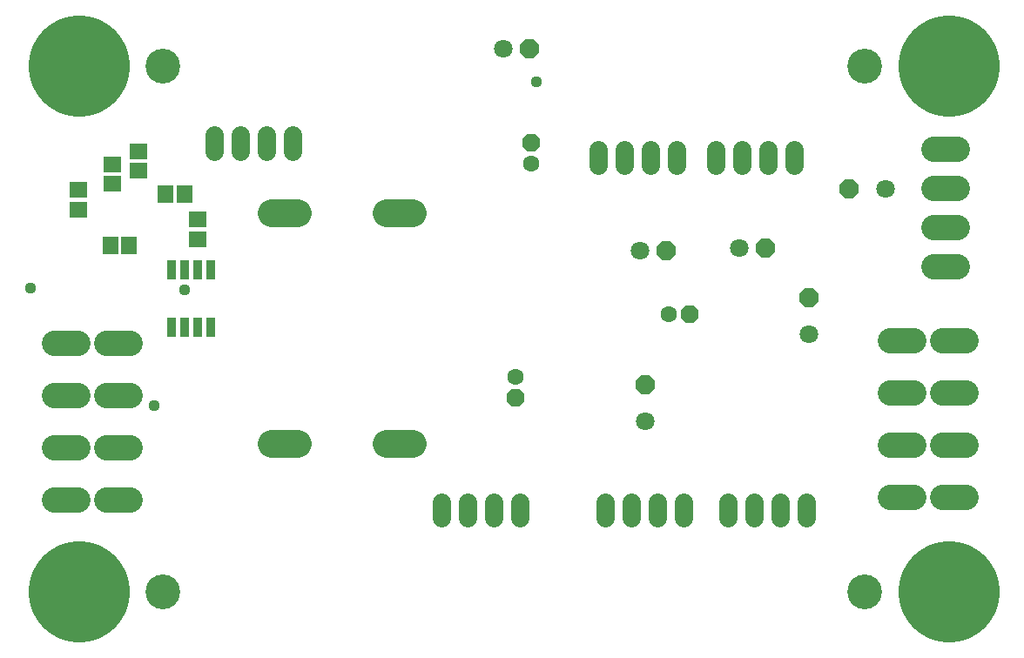
<source format=gts>
G75*
%MOIN*%
%OFA0B0*%
%FSLAX24Y24*%
%IPPOS*%
%LPD*%
%AMOC8*
5,1,8,0,0,1.08239X$1,22.5*
%
%ADD10C,0.3880*%
%ADD11C,0.1330*%
%ADD12C,0.1080*%
%ADD13OC8,0.0710*%
%ADD14C,0.0710*%
%ADD15OC8,0.0680*%
%ADD16C,0.0630*%
%ADD17C,0.0980*%
%ADD18R,0.0592X0.0671*%
%ADD19R,0.0336X0.0769*%
%ADD20R,0.0671X0.0592*%
%ADD21R,0.0710X0.0592*%
%ADD22C,0.0710*%
%ADD23C,0.0440*%
D10*
X005055Y005555D03*
X005055Y025695D03*
X038350Y025695D03*
X038350Y005555D03*
D11*
X035140Y005555D03*
X008265Y005555D03*
X008265Y025695D03*
X035140Y025695D03*
D12*
X017830Y020060D02*
X016830Y020060D01*
X013430Y020060D02*
X012430Y020060D01*
X012430Y011200D02*
X013430Y011200D01*
X016830Y011200D02*
X017830Y011200D01*
D13*
X026730Y013480D03*
X032990Y016830D03*
X031330Y018710D03*
X034530Y020980D03*
X027530Y018630D03*
X022290Y026350D03*
D14*
X021290Y026350D03*
X026530Y018630D03*
X030330Y018710D03*
X032990Y015430D03*
X026730Y012080D03*
X035930Y020980D03*
D15*
X028430Y016180D03*
X021766Y012994D03*
X022360Y022740D03*
D16*
X022360Y021940D03*
X027630Y016180D03*
X021766Y013794D03*
D17*
X036080Y013180D02*
X036980Y013180D01*
X038080Y013180D02*
X038980Y013180D01*
X038980Y015180D02*
X038080Y015180D01*
X036980Y015180D02*
X036080Y015180D01*
X037752Y018006D02*
X038652Y018006D01*
X038652Y019506D02*
X037752Y019506D01*
X037752Y021006D02*
X038652Y021006D01*
X038652Y022506D02*
X037752Y022506D01*
X038080Y011180D02*
X038980Y011180D01*
X036980Y011180D02*
X036080Y011180D01*
X036080Y009180D02*
X036980Y009180D01*
X038080Y009180D02*
X038980Y009180D01*
X006980Y009080D02*
X006080Y009080D01*
X004980Y009080D02*
X004080Y009080D01*
X004080Y011080D02*
X004980Y011080D01*
X006080Y011080D02*
X006980Y011080D01*
X006980Y013080D02*
X006080Y013080D01*
X004980Y013080D02*
X004080Y013080D01*
X004080Y015080D02*
X004980Y015080D01*
X006080Y015080D02*
X006980Y015080D01*
D18*
X006945Y018825D03*
X006275Y018825D03*
X008346Y020790D03*
X009094Y020790D03*
D19*
X009080Y017885D03*
X008580Y017885D03*
X009580Y017885D03*
X010080Y017885D03*
X010080Y015680D03*
X009580Y015680D03*
X009080Y015680D03*
X008580Y015680D03*
D20*
X009580Y019056D03*
X009580Y019804D03*
D21*
X007310Y021676D03*
X007310Y022424D03*
X006320Y021924D03*
X006320Y021176D03*
X005030Y020934D03*
X005030Y020186D03*
D22*
X010230Y022415D02*
X010230Y023045D01*
X011230Y023045D02*
X011230Y022415D01*
X012230Y022415D02*
X012230Y023045D01*
X013230Y023045D02*
X013230Y022415D01*
X024930Y022495D02*
X024930Y021865D01*
X025930Y021865D02*
X025930Y022495D01*
X026930Y022495D02*
X026930Y021865D01*
X027930Y021865D02*
X027930Y022495D01*
X029430Y022495D02*
X029430Y021865D01*
X030430Y021865D02*
X030430Y022495D01*
X031430Y022495D02*
X031430Y021865D01*
X032430Y021865D02*
X032430Y022495D01*
X032880Y008995D02*
X032880Y008365D01*
X031880Y008365D02*
X031880Y008995D01*
X030880Y008995D02*
X030880Y008365D01*
X029880Y008365D02*
X029880Y008995D01*
X028180Y008995D02*
X028180Y008365D01*
X027180Y008365D02*
X027180Y008995D01*
X026180Y008995D02*
X026180Y008365D01*
X025180Y008365D02*
X025180Y008995D01*
X021930Y008995D02*
X021930Y008365D01*
X020930Y008365D02*
X020930Y008995D01*
X019930Y008995D02*
X019930Y008365D01*
X018930Y008365D02*
X018930Y008995D01*
D23*
X007930Y012680D03*
X009080Y017130D03*
X003180Y017180D03*
X022570Y025070D03*
M02*

</source>
